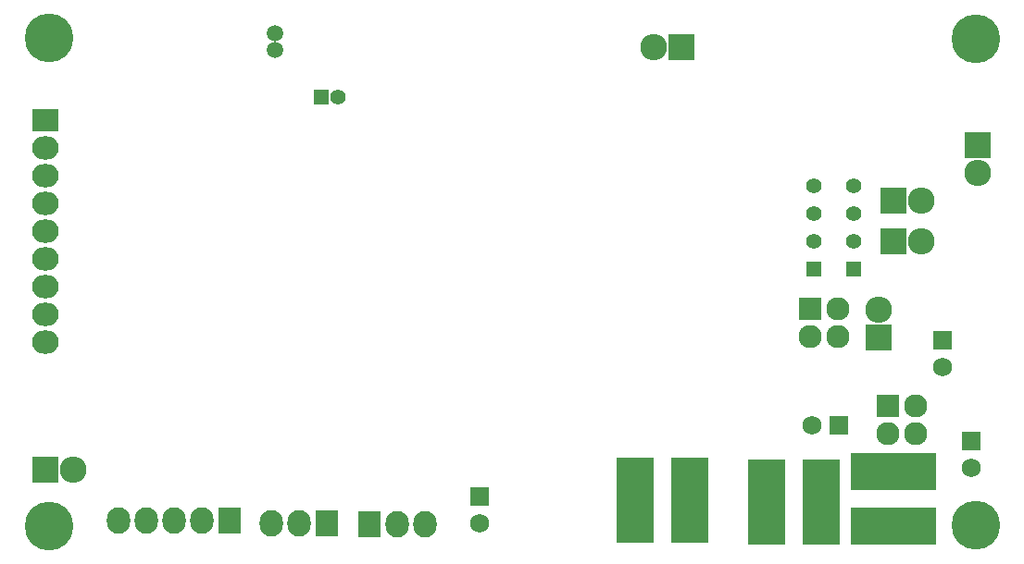
<source format=gbs>
G04 #@! TF.FileFunction,Soldermask,Bot*
%FSLAX46Y46*%
G04 Gerber Fmt 4.6, Leading zero omitted, Abs format (unit mm)*
G04 Created by KiCad (PCBNEW 4.0.2-stable) date 29/11/2016 20:18:24*
%MOMM*%
G01*
G04 APERTURE LIST*
%ADD10C,0.100000*%
%ADD11R,1.400000X1.400000*%
%ADD12C,1.400000*%
%ADD13R,2.127200X2.432000*%
%ADD14O,2.127200X2.432000*%
%ADD15R,1.750000X1.750000*%
%ADD16C,1.750000*%
%ADD17C,4.464000*%
%ADD18R,2.432000X2.127200*%
%ADD19O,2.432000X2.127200*%
%ADD20R,3.399740X7.900620*%
%ADD21R,7.900620X3.399740*%
%ADD22R,2.432000X2.432000*%
%ADD23O,2.432000X2.432000*%
%ADD24R,2.127200X2.127200*%
%ADD25O,2.127200X2.127200*%
%ADD26C,1.500000*%
G04 APERTURE END LIST*
D10*
D11*
X52349400Y-101396800D03*
D12*
X53873400Y-101396800D03*
D13*
X56769000Y-140525500D03*
D14*
X59309000Y-140525500D03*
X61849000Y-140525500D03*
D15*
X99695000Y-131508500D03*
D16*
X97195000Y-131508500D03*
D17*
X112204500Y-140652500D03*
X112204500Y-96075500D03*
X27432000Y-96012000D03*
D18*
X27146000Y-103538000D03*
D19*
X27146000Y-106078000D03*
X27146000Y-108618000D03*
X27146000Y-111158000D03*
X27146000Y-113698000D03*
X27146000Y-116238000D03*
X27146000Y-118778000D03*
X27146000Y-121318000D03*
X27146000Y-123858000D03*
D15*
X109169200Y-123647200D03*
D16*
X109169200Y-126147200D03*
D15*
X111823500Y-132905500D03*
D16*
X111823500Y-135405500D03*
D20*
X81066640Y-138366500D03*
X86065360Y-138366500D03*
X93068140Y-138493500D03*
X98066860Y-138493500D03*
D21*
X104711500Y-135740140D03*
X104711500Y-140738860D03*
D13*
X52832000Y-140462000D03*
D14*
X50292000Y-140462000D03*
X47752000Y-140462000D03*
D13*
X43942000Y-140208000D03*
D14*
X41402000Y-140208000D03*
X38862000Y-140208000D03*
X36322000Y-140208000D03*
X33782000Y-140208000D03*
D22*
X104673400Y-114642900D03*
D23*
X107213400Y-114642900D03*
D11*
X101015800Y-117182900D03*
D12*
X101015800Y-114642900D03*
X101015800Y-112102900D03*
X101015800Y-109562900D03*
D22*
X112344200Y-105829100D03*
D23*
X112344200Y-108369100D03*
D24*
X97091500Y-120840500D03*
D25*
X99631500Y-120840500D03*
X97091500Y-123380500D03*
X99631500Y-123380500D03*
D26*
X48082200Y-97066100D03*
X48082200Y-95567500D03*
D15*
X66865500Y-137985500D03*
D16*
X66865500Y-140485500D03*
D17*
X27432000Y-140716000D03*
D22*
X103352600Y-123398280D03*
D23*
X103352600Y-120858280D03*
D24*
X104203500Y-129730500D03*
D25*
X104203500Y-132270500D03*
X106743500Y-129730500D03*
X106743500Y-132270500D03*
D22*
X27076400Y-135534400D03*
D23*
X29616400Y-135534400D03*
D22*
X104686100Y-110871000D03*
D23*
X107226100Y-110871000D03*
D11*
X97370900Y-117182900D03*
D12*
X97370900Y-114642900D03*
X97370900Y-112102900D03*
X97370900Y-109562900D03*
D22*
X85242400Y-96824800D03*
D23*
X82702400Y-96824800D03*
M02*

</source>
